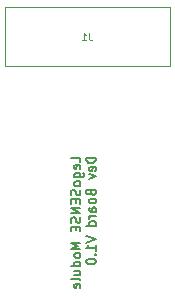
<source format=gbr>
%TF.GenerationSoftware,KiCad,Pcbnew,(6.0.0-0)*%
%TF.CreationDate,2023-03-06T17:41:45-05:00*%
%TF.ProjectId,module_dev1,6d6f6475-6c65-45f6-9465-76312e6b6963,rev?*%
%TF.SameCoordinates,Original*%
%TF.FileFunction,Legend,Bot*%
%TF.FilePolarity,Positive*%
%FSLAX46Y46*%
G04 Gerber Fmt 4.6, Leading zero omitted, Abs format (unit mm)*
G04 Created by KiCad (PCBNEW (6.0.0-0)) date 2023-03-06 17:41:45*
%MOMM*%
%LPD*%
G01*
G04 APERTURE LIST*
%ADD10C,0.150000*%
%ADD11C,0.080000*%
%ADD12C,0.120000*%
G04 APERTURE END LIST*
D10*
X106397904Y-75598928D02*
X106397904Y-75217976D01*
X105597904Y-75217976D01*
X106359809Y-76170357D02*
X106397904Y-76094166D01*
X106397904Y-75941785D01*
X106359809Y-75865595D01*
X106283619Y-75827500D01*
X105978857Y-75827500D01*
X105902666Y-75865595D01*
X105864571Y-75941785D01*
X105864571Y-76094166D01*
X105902666Y-76170357D01*
X105978857Y-76208452D01*
X106055047Y-76208452D01*
X106131238Y-75827500D01*
X105864571Y-76894166D02*
X106512190Y-76894166D01*
X106588380Y-76856071D01*
X106626476Y-76817976D01*
X106664571Y-76741785D01*
X106664571Y-76627500D01*
X106626476Y-76551309D01*
X106359809Y-76894166D02*
X106397904Y-76817976D01*
X106397904Y-76665595D01*
X106359809Y-76589404D01*
X106321714Y-76551309D01*
X106245523Y-76513214D01*
X106016952Y-76513214D01*
X105940761Y-76551309D01*
X105902666Y-76589404D01*
X105864571Y-76665595D01*
X105864571Y-76817976D01*
X105902666Y-76894166D01*
X106397904Y-77389404D02*
X106359809Y-77313214D01*
X106321714Y-77275119D01*
X106245523Y-77237023D01*
X106016952Y-77237023D01*
X105940761Y-77275119D01*
X105902666Y-77313214D01*
X105864571Y-77389404D01*
X105864571Y-77503690D01*
X105902666Y-77579880D01*
X105940761Y-77617976D01*
X106016952Y-77656071D01*
X106245523Y-77656071D01*
X106321714Y-77617976D01*
X106359809Y-77579880D01*
X106397904Y-77503690D01*
X106397904Y-77389404D01*
X106359809Y-77960833D02*
X106397904Y-78075119D01*
X106397904Y-78265595D01*
X106359809Y-78341785D01*
X106321714Y-78379880D01*
X106245523Y-78417976D01*
X106169333Y-78417976D01*
X106093142Y-78379880D01*
X106055047Y-78341785D01*
X106016952Y-78265595D01*
X105978857Y-78113214D01*
X105940761Y-78037023D01*
X105902666Y-77998928D01*
X105826476Y-77960833D01*
X105750285Y-77960833D01*
X105674095Y-77998928D01*
X105636000Y-78037023D01*
X105597904Y-78113214D01*
X105597904Y-78303690D01*
X105636000Y-78417976D01*
X105978857Y-78760833D02*
X105978857Y-79027500D01*
X106397904Y-79141785D02*
X106397904Y-78760833D01*
X105597904Y-78760833D01*
X105597904Y-79141785D01*
X106397904Y-79484642D02*
X105597904Y-79484642D01*
X106397904Y-79941785D01*
X105597904Y-79941785D01*
X106359809Y-80284642D02*
X106397904Y-80398928D01*
X106397904Y-80589404D01*
X106359809Y-80665595D01*
X106321714Y-80703690D01*
X106245523Y-80741785D01*
X106169333Y-80741785D01*
X106093142Y-80703690D01*
X106055047Y-80665595D01*
X106016952Y-80589404D01*
X105978857Y-80437023D01*
X105940761Y-80360833D01*
X105902666Y-80322738D01*
X105826476Y-80284642D01*
X105750285Y-80284642D01*
X105674095Y-80322738D01*
X105636000Y-80360833D01*
X105597904Y-80437023D01*
X105597904Y-80627500D01*
X105636000Y-80741785D01*
X105978857Y-81084642D02*
X105978857Y-81351309D01*
X106397904Y-81465595D02*
X106397904Y-81084642D01*
X105597904Y-81084642D01*
X105597904Y-81465595D01*
X106397904Y-82417976D02*
X105597904Y-82417976D01*
X106169333Y-82684642D01*
X105597904Y-82951309D01*
X106397904Y-82951309D01*
X106397904Y-83446547D02*
X106359809Y-83370357D01*
X106321714Y-83332261D01*
X106245523Y-83294166D01*
X106016952Y-83294166D01*
X105940761Y-83332261D01*
X105902666Y-83370357D01*
X105864571Y-83446547D01*
X105864571Y-83560833D01*
X105902666Y-83637023D01*
X105940761Y-83675119D01*
X106016952Y-83713214D01*
X106245523Y-83713214D01*
X106321714Y-83675119D01*
X106359809Y-83637023D01*
X106397904Y-83560833D01*
X106397904Y-83446547D01*
X106397904Y-84398928D02*
X105597904Y-84398928D01*
X106359809Y-84398928D02*
X106397904Y-84322738D01*
X106397904Y-84170357D01*
X106359809Y-84094166D01*
X106321714Y-84056071D01*
X106245523Y-84017976D01*
X106016952Y-84017976D01*
X105940761Y-84056071D01*
X105902666Y-84094166D01*
X105864571Y-84170357D01*
X105864571Y-84322738D01*
X105902666Y-84398928D01*
X105864571Y-85122738D02*
X106397904Y-85122738D01*
X105864571Y-84779880D02*
X106283619Y-84779880D01*
X106359809Y-84817976D01*
X106397904Y-84894166D01*
X106397904Y-85008452D01*
X106359809Y-85084642D01*
X106321714Y-85122738D01*
X106397904Y-85617976D02*
X106359809Y-85541785D01*
X106283619Y-85503690D01*
X105597904Y-85503690D01*
X106359809Y-86227500D02*
X106397904Y-86151309D01*
X106397904Y-85998928D01*
X106359809Y-85922738D01*
X106283619Y-85884642D01*
X105978857Y-85884642D01*
X105902666Y-85922738D01*
X105864571Y-85998928D01*
X105864571Y-86151309D01*
X105902666Y-86227500D01*
X105978857Y-86265595D01*
X106055047Y-86265595D01*
X106131238Y-85884642D01*
X107685904Y-75217976D02*
X106885904Y-75217976D01*
X106885904Y-75408452D01*
X106924000Y-75522738D01*
X107000190Y-75598928D01*
X107076380Y-75637023D01*
X107228761Y-75675119D01*
X107343047Y-75675119D01*
X107495428Y-75637023D01*
X107571619Y-75598928D01*
X107647809Y-75522738D01*
X107685904Y-75408452D01*
X107685904Y-75217976D01*
X107647809Y-76322738D02*
X107685904Y-76246547D01*
X107685904Y-76094166D01*
X107647809Y-76017976D01*
X107571619Y-75979880D01*
X107266857Y-75979880D01*
X107190666Y-76017976D01*
X107152571Y-76094166D01*
X107152571Y-76246547D01*
X107190666Y-76322738D01*
X107266857Y-76360833D01*
X107343047Y-76360833D01*
X107419238Y-75979880D01*
X107152571Y-76627500D02*
X107685904Y-76817976D01*
X107152571Y-77008452D01*
X107266857Y-78189404D02*
X107304952Y-78303690D01*
X107343047Y-78341785D01*
X107419238Y-78379880D01*
X107533523Y-78379880D01*
X107609714Y-78341785D01*
X107647809Y-78303690D01*
X107685904Y-78227500D01*
X107685904Y-77922738D01*
X106885904Y-77922738D01*
X106885904Y-78189404D01*
X106924000Y-78265595D01*
X106962095Y-78303690D01*
X107038285Y-78341785D01*
X107114476Y-78341785D01*
X107190666Y-78303690D01*
X107228761Y-78265595D01*
X107266857Y-78189404D01*
X107266857Y-77922738D01*
X107685904Y-78837023D02*
X107647809Y-78760833D01*
X107609714Y-78722738D01*
X107533523Y-78684642D01*
X107304952Y-78684642D01*
X107228761Y-78722738D01*
X107190666Y-78760833D01*
X107152571Y-78837023D01*
X107152571Y-78951309D01*
X107190666Y-79027500D01*
X107228761Y-79065595D01*
X107304952Y-79103690D01*
X107533523Y-79103690D01*
X107609714Y-79065595D01*
X107647809Y-79027500D01*
X107685904Y-78951309D01*
X107685904Y-78837023D01*
X107685904Y-79789404D02*
X107266857Y-79789404D01*
X107190666Y-79751309D01*
X107152571Y-79675119D01*
X107152571Y-79522738D01*
X107190666Y-79446547D01*
X107647809Y-79789404D02*
X107685904Y-79713214D01*
X107685904Y-79522738D01*
X107647809Y-79446547D01*
X107571619Y-79408452D01*
X107495428Y-79408452D01*
X107419238Y-79446547D01*
X107381142Y-79522738D01*
X107381142Y-79713214D01*
X107343047Y-79789404D01*
X107685904Y-80170357D02*
X107152571Y-80170357D01*
X107304952Y-80170357D02*
X107228761Y-80208452D01*
X107190666Y-80246547D01*
X107152571Y-80322738D01*
X107152571Y-80398928D01*
X107685904Y-81008452D02*
X106885904Y-81008452D01*
X107647809Y-81008452D02*
X107685904Y-80932261D01*
X107685904Y-80779880D01*
X107647809Y-80703690D01*
X107609714Y-80665595D01*
X107533523Y-80627500D01*
X107304952Y-80627500D01*
X107228761Y-80665595D01*
X107190666Y-80703690D01*
X107152571Y-80779880D01*
X107152571Y-80932261D01*
X107190666Y-81008452D01*
X106885904Y-81884642D02*
X107685904Y-82151309D01*
X106885904Y-82417976D01*
X107685904Y-83103690D02*
X107685904Y-82646547D01*
X107685904Y-82875119D02*
X106885904Y-82875119D01*
X107000190Y-82798928D01*
X107076380Y-82722738D01*
X107114476Y-82646547D01*
X107609714Y-83446547D02*
X107647809Y-83484642D01*
X107685904Y-83446547D01*
X107647809Y-83408452D01*
X107609714Y-83446547D01*
X107685904Y-83446547D01*
X106885904Y-83979880D02*
X106885904Y-84056071D01*
X106924000Y-84132261D01*
X106962095Y-84170357D01*
X107038285Y-84208452D01*
X107190666Y-84246547D01*
X107381142Y-84246547D01*
X107533523Y-84208452D01*
X107609714Y-84170357D01*
X107647809Y-84132261D01*
X107685904Y-84056071D01*
X107685904Y-83979880D01*
X107647809Y-83903690D01*
X107609714Y-83865595D01*
X107533523Y-83827500D01*
X107381142Y-83789404D01*
X107190666Y-83789404D01*
X107038285Y-83827500D01*
X106962095Y-83865595D01*
X106924000Y-83903690D01*
X106885904Y-83979880D01*
D11*
%TO.C,J1*%
X107134000Y-64695428D02*
X107134000Y-65124000D01*
X107162571Y-65209714D01*
X107219714Y-65266857D01*
X107305428Y-65295428D01*
X107362571Y-65295428D01*
X106534000Y-65295428D02*
X106876857Y-65295428D01*
X106705428Y-65295428D02*
X106705428Y-64695428D01*
X106762571Y-64781142D01*
X106819714Y-64838285D01*
X106876857Y-64866857D01*
D12*
X113996500Y-62500000D02*
X113996500Y-67500000D01*
X100000000Y-62500000D02*
X113996500Y-62500000D01*
X100000000Y-67500000D02*
X100000000Y-62500000D01*
X113996500Y-67500000D02*
X100000000Y-67500000D01*
%TD*%
M02*

</source>
